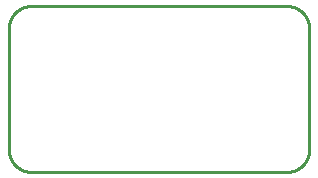
<source format=gbr>
G04 EAGLE Gerber RS-274X export*
G75*
%MOMM*%
%FSLAX34Y34*%
%LPD*%
%IN*%
%IPPOS*%
%AMOC8*
5,1,8,0,0,1.08239X$1,22.5*%
G01*
%ADD10C,0.254000*%


D10*
X0Y19050D02*
X73Y17390D01*
X289Y15742D01*
X649Y14120D01*
X1149Y12535D01*
X1785Y10999D01*
X2552Y9525D01*
X3445Y8123D01*
X4457Y6805D01*
X5580Y5580D01*
X6805Y4457D01*
X8123Y3445D01*
X9525Y2552D01*
X10999Y1785D01*
X12535Y1149D01*
X14120Y649D01*
X15742Y289D01*
X17390Y73D01*
X19050Y0D01*
X234950Y0D01*
X236610Y73D01*
X238258Y289D01*
X239881Y649D01*
X241465Y1149D01*
X243001Y1785D01*
X244475Y2552D01*
X245877Y3445D01*
X247195Y4457D01*
X248420Y5580D01*
X249543Y6805D01*
X250555Y8123D01*
X251448Y9525D01*
X252215Y10999D01*
X252851Y12535D01*
X253351Y14120D01*
X253711Y15742D01*
X253928Y17390D01*
X254000Y19050D01*
X254000Y121920D01*
X253928Y123580D01*
X253711Y125228D01*
X253351Y126851D01*
X252851Y128435D01*
X252215Y129971D01*
X251448Y131445D01*
X250555Y132847D01*
X249543Y134165D01*
X248420Y135390D01*
X247195Y136513D01*
X245877Y137525D01*
X244475Y138418D01*
X243001Y139185D01*
X241465Y139821D01*
X239881Y140321D01*
X238258Y140681D01*
X236610Y140898D01*
X234950Y140970D01*
X19050Y140970D01*
X17390Y140898D01*
X15742Y140681D01*
X14120Y140321D01*
X12535Y139821D01*
X10999Y139185D01*
X9525Y138418D01*
X8123Y137525D01*
X6805Y136513D01*
X5580Y135390D01*
X4457Y134165D01*
X3445Y132847D01*
X2552Y131445D01*
X1785Y129971D01*
X1149Y128435D01*
X649Y126851D01*
X289Y125228D01*
X73Y123580D01*
X0Y121920D01*
X0Y19050D01*
M02*

</source>
